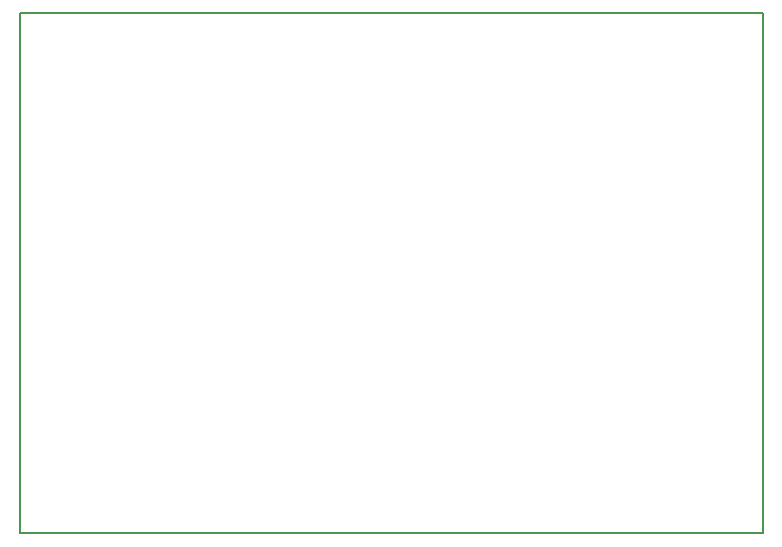
<source format=gbr>
G04 #@! TF.FileFunction,Profile,NP*
%FSLAX46Y46*%
G04 Gerber Fmt 4.6, Leading zero omitted, Abs format (unit mm)*
G04 Created by KiCad (PCBNEW 4.0.7-e2-6376~58~ubuntu16.04.1) date Wed Jun 13 19:58:53 2018*
%MOMM*%
%LPD*%
G01*
G04 APERTURE LIST*
%ADD10C,0.100000*%
%ADD11C,0.150000*%
G04 APERTURE END LIST*
D10*
D11*
X128206500Y-82613500D02*
X128460500Y-82613500D01*
X128206500Y-87884000D02*
X128206500Y-82613500D01*
X187007500Y-82613500D02*
X128397000Y-82613500D01*
X128206500Y-126619000D02*
X128206500Y-87884000D01*
X191135000Y-126619000D02*
X128206500Y-126619000D01*
X191135000Y-82613500D02*
X191135000Y-126619000D01*
X187007500Y-82613500D02*
X191135000Y-82613500D01*
M02*

</source>
